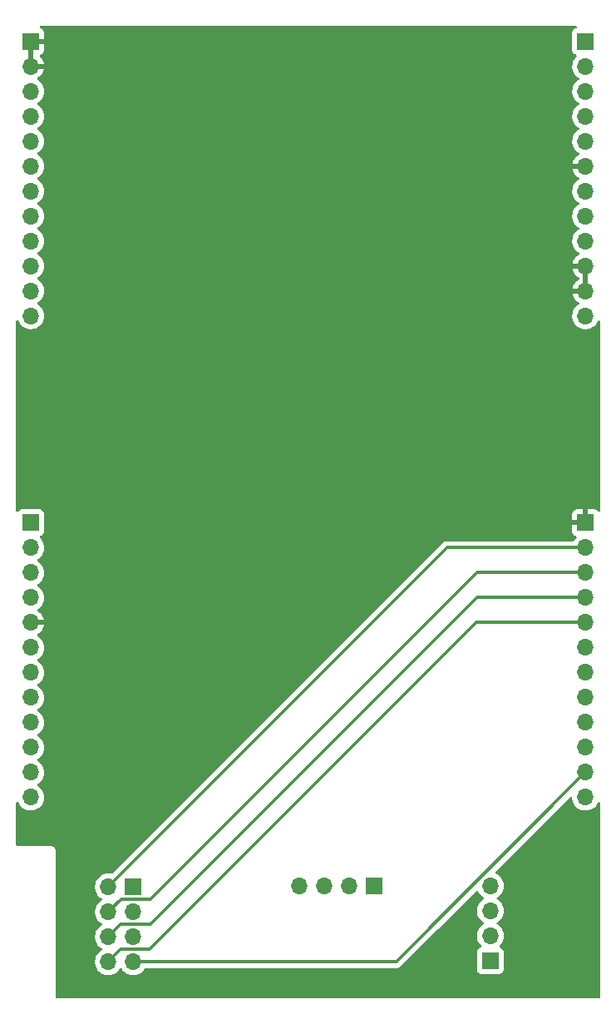
<source format=gbr>
%TF.GenerationSoftware,KiCad,Pcbnew,(6.0.11)*%
%TF.CreationDate,2023-03-03T10:10:14+00:00*%
%TF.ProjectId,Ampelope_Adapter,416d7065-6c6f-4706-955f-416461707465,rev?*%
%TF.SameCoordinates,Original*%
%TF.FileFunction,Copper,L2,Bot*%
%TF.FilePolarity,Positive*%
%FSLAX46Y46*%
G04 Gerber Fmt 4.6, Leading zero omitted, Abs format (unit mm)*
G04 Created by KiCad (PCBNEW (6.0.11)) date 2023-03-03 10:10:14*
%MOMM*%
%LPD*%
G01*
G04 APERTURE LIST*
%TA.AperFunction,ComponentPad*%
%ADD10R,1.700000X1.700000*%
%TD*%
%TA.AperFunction,ComponentPad*%
%ADD11O,1.700000X1.700000*%
%TD*%
%TA.AperFunction,Conductor*%
%ADD12C,0.300000*%
%TD*%
G04 APERTURE END LIST*
D10*
X136980000Y-138100000D03*
D11*
X134440000Y-138100000D03*
X131900000Y-138100000D03*
X129360000Y-138100000D03*
D10*
X158500000Y-101100000D03*
D11*
X158500000Y-103640000D03*
X158500000Y-106180000D03*
X158500000Y-108720000D03*
X158500000Y-111260000D03*
X158500000Y-113800000D03*
X158500000Y-116340000D03*
X158500000Y-118880000D03*
X158500000Y-121420000D03*
X158500000Y-123960000D03*
X158500000Y-126500000D03*
X158500000Y-129040000D03*
D10*
X148800000Y-145680000D03*
D11*
X148800000Y-143140000D03*
X148800000Y-140600000D03*
X148800000Y-138060000D03*
D10*
X112440000Y-138160000D03*
D11*
X109900000Y-138160000D03*
X112440000Y-140700000D03*
X109900000Y-140700000D03*
X112440000Y-143240000D03*
X109900000Y-143240000D03*
X112440000Y-145780000D03*
X109900000Y-145780000D03*
D10*
X102000000Y-101100000D03*
D11*
X102000000Y-103640000D03*
X102000000Y-106180000D03*
X102000000Y-108720000D03*
X102000000Y-111260000D03*
X102000000Y-113800000D03*
X102000000Y-116340000D03*
X102000000Y-118880000D03*
X102000000Y-121420000D03*
X102000000Y-123960000D03*
X102000000Y-126500000D03*
X102000000Y-129040000D03*
D10*
X158500000Y-52100000D03*
D11*
X158500000Y-54640000D03*
X158500000Y-57180000D03*
X158500000Y-59720000D03*
X158500000Y-62260000D03*
X158500000Y-64800000D03*
X158500000Y-67340000D03*
X158500000Y-69880000D03*
X158500000Y-72420000D03*
X158500000Y-74960000D03*
X158500000Y-77500000D03*
X158500000Y-80040000D03*
D10*
X102000000Y-52100000D03*
D11*
X102000000Y-54640000D03*
X102000000Y-57180000D03*
X102000000Y-59720000D03*
X102000000Y-62260000D03*
X102000000Y-64800000D03*
X102000000Y-67340000D03*
X102000000Y-69880000D03*
X102000000Y-72420000D03*
X102000000Y-74960000D03*
X102000000Y-77500000D03*
X102000000Y-80040000D03*
D12*
X158500000Y-126500000D02*
X139220000Y-145780000D01*
X139220000Y-145780000D02*
X112440000Y-145780000D01*
X158500000Y-103640000D02*
X144420000Y-103640000D01*
X144420000Y-103640000D02*
X109900000Y-138160000D01*
X111200000Y-139400000D02*
X109900000Y-140700000D01*
X114200000Y-139400000D02*
X111200000Y-139400000D01*
X158500000Y-106180000D02*
X147420000Y-106180000D01*
X147420000Y-106180000D02*
X114200000Y-139400000D01*
X111140000Y-142000000D02*
X109900000Y-143240000D01*
X148300000Y-108700000D02*
X147500000Y-108700000D01*
X158500000Y-108720000D02*
X148320000Y-108720000D01*
X114200000Y-142000000D02*
X111140000Y-142000000D01*
X148320000Y-108720000D02*
X148300000Y-108700000D01*
X147500000Y-108700000D02*
X114200000Y-142000000D01*
X111180000Y-144500000D02*
X114100000Y-144500000D01*
X109900000Y-145780000D02*
X111180000Y-144500000D01*
X114100000Y-144500000D02*
X147340000Y-111260000D01*
X147340000Y-111260000D02*
X158500000Y-111260000D01*
%TA.AperFunction,Conductor*%
G36*
X157552300Y-50528502D02*
G01*
X157598793Y-50582158D01*
X157608897Y-50652432D01*
X157579403Y-50717012D01*
X157528408Y-50752482D01*
X157411705Y-50796232D01*
X157411704Y-50796233D01*
X157403295Y-50799385D01*
X157286739Y-50886739D01*
X157199385Y-51003295D01*
X157148255Y-51139684D01*
X157141500Y-51201866D01*
X157141500Y-52998134D01*
X157148255Y-53060316D01*
X157199385Y-53196705D01*
X157286739Y-53313261D01*
X157403295Y-53400615D01*
X157411704Y-53403767D01*
X157411705Y-53403768D01*
X157520451Y-53444535D01*
X157577216Y-53487176D01*
X157601916Y-53553738D01*
X157586709Y-53623087D01*
X157567316Y-53649568D01*
X157440629Y-53782138D01*
X157437715Y-53786410D01*
X157437714Y-53786411D01*
X157425409Y-53804450D01*
X157314743Y-53966680D01*
X157299003Y-54000589D01*
X157223465Y-54163323D01*
X157220688Y-54169305D01*
X157160989Y-54384570D01*
X157137251Y-54606695D01*
X157150110Y-54829715D01*
X157151247Y-54834761D01*
X157151248Y-54834767D01*
X157164597Y-54894000D01*
X157199222Y-55047639D01*
X157283266Y-55254616D01*
X157399987Y-55445088D01*
X157546250Y-55613938D01*
X157718126Y-55756632D01*
X157788595Y-55797811D01*
X157791445Y-55799476D01*
X157840169Y-55851114D01*
X157853240Y-55920897D01*
X157826509Y-55986669D01*
X157786055Y-56020027D01*
X157773607Y-56026507D01*
X157769474Y-56029610D01*
X157769471Y-56029612D01*
X157745247Y-56047800D01*
X157594965Y-56160635D01*
X157440629Y-56322138D01*
X157314743Y-56506680D01*
X157299003Y-56540589D01*
X157228449Y-56692586D01*
X157220688Y-56709305D01*
X157160989Y-56924570D01*
X157137251Y-57146695D01*
X157137548Y-57151848D01*
X157137548Y-57151851D01*
X157143011Y-57246590D01*
X157150110Y-57369715D01*
X157151247Y-57374761D01*
X157151248Y-57374767D01*
X157171119Y-57462939D01*
X157199222Y-57587639D01*
X157237461Y-57681811D01*
X157270492Y-57763156D01*
X157283266Y-57794616D01*
X157399987Y-57985088D01*
X157546250Y-58153938D01*
X157718126Y-58296632D01*
X157788595Y-58337811D01*
X157791445Y-58339476D01*
X157840169Y-58391114D01*
X157853240Y-58460897D01*
X157826509Y-58526669D01*
X157786055Y-58560027D01*
X157773607Y-58566507D01*
X157769474Y-58569610D01*
X157769471Y-58569612D01*
X157745247Y-58587800D01*
X157594965Y-58700635D01*
X157440629Y-58862138D01*
X157314743Y-59046680D01*
X157299003Y-59080589D01*
X157228449Y-59232586D01*
X157220688Y-59249305D01*
X157160989Y-59464570D01*
X157137251Y-59686695D01*
X157137548Y-59691848D01*
X157137548Y-59691851D01*
X157143011Y-59786590D01*
X157150110Y-59909715D01*
X157151247Y-59914761D01*
X157151248Y-59914767D01*
X157171119Y-60002939D01*
X157199222Y-60127639D01*
X157237461Y-60221811D01*
X157270492Y-60303156D01*
X157283266Y-60334616D01*
X157399987Y-60525088D01*
X157546250Y-60693938D01*
X157718126Y-60836632D01*
X157788595Y-60877811D01*
X157791445Y-60879476D01*
X157840169Y-60931114D01*
X157853240Y-61000897D01*
X157826509Y-61066669D01*
X157786055Y-61100027D01*
X157773607Y-61106507D01*
X157769474Y-61109610D01*
X157769471Y-61109612D01*
X157745247Y-61127800D01*
X157594965Y-61240635D01*
X157440629Y-61402138D01*
X157314743Y-61586680D01*
X157299003Y-61620589D01*
X157228449Y-61772586D01*
X157220688Y-61789305D01*
X157160989Y-62004570D01*
X157137251Y-62226695D01*
X157137548Y-62231848D01*
X157137548Y-62231851D01*
X157143011Y-62326590D01*
X157150110Y-62449715D01*
X157151247Y-62454761D01*
X157151248Y-62454767D01*
X157171119Y-62542939D01*
X157199222Y-62667639D01*
X157237461Y-62761811D01*
X157270492Y-62843156D01*
X157283266Y-62874616D01*
X157399987Y-63065088D01*
X157546250Y-63233938D01*
X157718126Y-63376632D01*
X157791445Y-63419476D01*
X157791955Y-63419774D01*
X157840679Y-63471412D01*
X157853750Y-63541195D01*
X157827019Y-63606967D01*
X157786562Y-63640327D01*
X157778457Y-63644546D01*
X157769738Y-63650036D01*
X157599433Y-63777905D01*
X157591726Y-63784748D01*
X157444590Y-63938717D01*
X157438104Y-63946727D01*
X157318098Y-64122649D01*
X157313000Y-64131623D01*
X157223338Y-64324783D01*
X157219775Y-64334470D01*
X157164389Y-64534183D01*
X157165912Y-64542607D01*
X157178292Y-64546000D01*
X158628000Y-64546000D01*
X158696121Y-64566002D01*
X158742614Y-64619658D01*
X158754000Y-64672000D01*
X158754000Y-64928000D01*
X158733998Y-64996121D01*
X158680342Y-65042614D01*
X158628000Y-65054000D01*
X157183225Y-65054000D01*
X157169694Y-65057973D01*
X157168257Y-65067966D01*
X157198565Y-65202446D01*
X157201645Y-65212275D01*
X157281770Y-65409603D01*
X157286413Y-65418794D01*
X157397694Y-65600388D01*
X157403777Y-65608699D01*
X157543213Y-65769667D01*
X157550580Y-65776883D01*
X157714434Y-65912916D01*
X157722881Y-65918831D01*
X157791969Y-65959203D01*
X157840693Y-66010842D01*
X157853764Y-66080625D01*
X157827033Y-66146396D01*
X157786584Y-66179752D01*
X157773607Y-66186507D01*
X157769474Y-66189610D01*
X157769471Y-66189612D01*
X157745247Y-66207800D01*
X157594965Y-66320635D01*
X157440629Y-66482138D01*
X157314743Y-66666680D01*
X157299003Y-66700589D01*
X157228449Y-66852586D01*
X157220688Y-66869305D01*
X157160989Y-67084570D01*
X157137251Y-67306695D01*
X157137548Y-67311848D01*
X157137548Y-67311851D01*
X157143011Y-67406590D01*
X157150110Y-67529715D01*
X157151247Y-67534761D01*
X157151248Y-67534767D01*
X157171119Y-67622939D01*
X157199222Y-67747639D01*
X157237461Y-67841811D01*
X157270492Y-67923156D01*
X157283266Y-67954616D01*
X157399987Y-68145088D01*
X157546250Y-68313938D01*
X157718126Y-68456632D01*
X157788595Y-68497811D01*
X157791445Y-68499476D01*
X157840169Y-68551114D01*
X157853240Y-68620897D01*
X157826509Y-68686669D01*
X157786055Y-68720027D01*
X157773607Y-68726507D01*
X157769474Y-68729610D01*
X157769471Y-68729612D01*
X157745247Y-68747800D01*
X157594965Y-68860635D01*
X157440629Y-69022138D01*
X157314743Y-69206680D01*
X157299003Y-69240589D01*
X157228449Y-69392586D01*
X157220688Y-69409305D01*
X157160989Y-69624570D01*
X157137251Y-69846695D01*
X157137548Y-69851848D01*
X157137548Y-69851851D01*
X157143011Y-69946590D01*
X157150110Y-70069715D01*
X157151247Y-70074761D01*
X157151248Y-70074767D01*
X157171119Y-70162939D01*
X157199222Y-70287639D01*
X157237461Y-70381811D01*
X157270492Y-70463156D01*
X157283266Y-70494616D01*
X157399987Y-70685088D01*
X157546250Y-70853938D01*
X157718126Y-70996632D01*
X157788595Y-71037811D01*
X157791445Y-71039476D01*
X157840169Y-71091114D01*
X157853240Y-71160897D01*
X157826509Y-71226669D01*
X157786055Y-71260027D01*
X157773607Y-71266507D01*
X157769474Y-71269610D01*
X157769471Y-71269612D01*
X157745247Y-71287800D01*
X157594965Y-71400635D01*
X157440629Y-71562138D01*
X157314743Y-71746680D01*
X157299003Y-71780589D01*
X157228449Y-71932586D01*
X157220688Y-71949305D01*
X157160989Y-72164570D01*
X157137251Y-72386695D01*
X157137548Y-72391848D01*
X157137548Y-72391851D01*
X157143011Y-72486590D01*
X157150110Y-72609715D01*
X157151247Y-72614761D01*
X157151248Y-72614767D01*
X157171119Y-72702939D01*
X157199222Y-72827639D01*
X157237461Y-72921811D01*
X157270492Y-73003156D01*
X157283266Y-73034616D01*
X157399987Y-73225088D01*
X157546250Y-73393938D01*
X157718126Y-73536632D01*
X157791445Y-73579476D01*
X157791955Y-73579774D01*
X157840679Y-73631412D01*
X157853750Y-73701195D01*
X157827019Y-73766967D01*
X157786562Y-73800327D01*
X157778457Y-73804546D01*
X157769738Y-73810036D01*
X157599433Y-73937905D01*
X157591726Y-73944748D01*
X157444590Y-74098717D01*
X157438104Y-74106727D01*
X157318098Y-74282649D01*
X157313000Y-74291623D01*
X157223338Y-74484783D01*
X157219775Y-74494470D01*
X157164389Y-74694183D01*
X157165912Y-74702607D01*
X157178292Y-74706000D01*
X158628000Y-74706000D01*
X158696121Y-74726002D01*
X158742614Y-74779658D01*
X158754000Y-74832000D01*
X158754000Y-77628000D01*
X158733998Y-77696121D01*
X158680342Y-77742614D01*
X158628000Y-77754000D01*
X157183225Y-77754000D01*
X157169694Y-77757973D01*
X157168257Y-77767966D01*
X157198565Y-77902446D01*
X157201645Y-77912275D01*
X157281770Y-78109603D01*
X157286413Y-78118794D01*
X157397694Y-78300388D01*
X157403777Y-78308699D01*
X157543213Y-78469667D01*
X157550580Y-78476883D01*
X157714434Y-78612916D01*
X157722881Y-78618831D01*
X157791969Y-78659203D01*
X157840693Y-78710842D01*
X157853764Y-78780625D01*
X157827033Y-78846396D01*
X157786584Y-78879752D01*
X157773607Y-78886507D01*
X157769474Y-78889610D01*
X157769471Y-78889612D01*
X157745247Y-78907800D01*
X157594965Y-79020635D01*
X157440629Y-79182138D01*
X157314743Y-79366680D01*
X157299003Y-79400589D01*
X157228449Y-79552586D01*
X157220688Y-79569305D01*
X157160989Y-79784570D01*
X157137251Y-80006695D01*
X157137548Y-80011848D01*
X157137548Y-80011851D01*
X157143011Y-80106590D01*
X157150110Y-80229715D01*
X157151247Y-80234761D01*
X157151248Y-80234767D01*
X157171119Y-80322939D01*
X157199222Y-80447639D01*
X157237461Y-80541811D01*
X157270492Y-80623156D01*
X157283266Y-80654616D01*
X157399987Y-80845088D01*
X157546250Y-81013938D01*
X157718126Y-81156632D01*
X157911000Y-81269338D01*
X158119692Y-81349030D01*
X158124760Y-81350061D01*
X158124763Y-81350062D01*
X158232017Y-81371883D01*
X158338597Y-81393567D01*
X158343772Y-81393757D01*
X158343774Y-81393757D01*
X158556673Y-81401564D01*
X158556677Y-81401564D01*
X158561837Y-81401753D01*
X158566957Y-81401097D01*
X158566959Y-81401097D01*
X158778288Y-81374025D01*
X158778289Y-81374025D01*
X158783416Y-81373368D01*
X158788366Y-81371883D01*
X158992429Y-81310661D01*
X158992434Y-81310659D01*
X158997384Y-81309174D01*
X159197994Y-81210896D01*
X159379860Y-81081173D01*
X159538096Y-80923489D01*
X159597594Y-80840689D01*
X159665435Y-80746277D01*
X159668453Y-80742077D01*
X159749075Y-80578951D01*
X159752543Y-80571933D01*
X159800656Y-80519726D01*
X159869358Y-80501819D01*
X159936834Y-80523897D01*
X159981662Y-80578951D01*
X159991500Y-80627760D01*
X159991500Y-99880608D01*
X159971498Y-99948729D01*
X159917842Y-99995222D01*
X159847568Y-100005326D01*
X159782988Y-99975832D01*
X159764674Y-99956173D01*
X159718285Y-99894276D01*
X159705724Y-99881715D01*
X159603649Y-99805214D01*
X159588054Y-99796676D01*
X159467606Y-99751522D01*
X159452351Y-99747895D01*
X159401486Y-99742369D01*
X159394672Y-99742000D01*
X158772115Y-99742000D01*
X158756876Y-99746475D01*
X158755671Y-99747865D01*
X158754000Y-99755548D01*
X158754000Y-101228000D01*
X158733998Y-101296121D01*
X158680342Y-101342614D01*
X158628000Y-101354000D01*
X157160116Y-101354000D01*
X157144877Y-101358475D01*
X157143672Y-101359865D01*
X157142001Y-101367548D01*
X157142001Y-101994669D01*
X157142371Y-102001490D01*
X157147895Y-102052352D01*
X157151521Y-102067604D01*
X157196676Y-102188054D01*
X157205214Y-102203649D01*
X157281715Y-102305724D01*
X157294276Y-102318285D01*
X157396351Y-102394786D01*
X157411946Y-102403324D01*
X157520827Y-102444142D01*
X157577591Y-102486784D01*
X157602291Y-102553345D01*
X157587083Y-102622694D01*
X157567691Y-102649175D01*
X157444200Y-102778401D01*
X157440629Y-102782138D01*
X157437715Y-102786410D01*
X157437714Y-102786411D01*
X157342149Y-102926504D01*
X157287238Y-102971507D01*
X157238061Y-102981500D01*
X144502056Y-102981500D01*
X144490200Y-102980941D01*
X144490197Y-102980941D01*
X144482463Y-102979212D01*
X144427446Y-102980941D01*
X144411631Y-102981438D01*
X144407673Y-102981500D01*
X144378568Y-102981500D01*
X144374168Y-102982056D01*
X144362336Y-102982988D01*
X144316169Y-102984438D01*
X144295579Y-102990420D01*
X144276218Y-102994430D01*
X144269230Y-102995312D01*
X144262796Y-102996125D01*
X144262795Y-102996125D01*
X144254936Y-102997118D01*
X144247571Y-103000034D01*
X144247567Y-103000035D01*
X144211979Y-103014126D01*
X144200769Y-103017965D01*
X144156400Y-103030855D01*
X144137943Y-103041771D01*
X144120193Y-103050466D01*
X144100244Y-103058365D01*
X144093833Y-103063023D01*
X144093831Y-103063024D01*
X144062864Y-103085523D01*
X144052946Y-103092038D01*
X144013193Y-103115548D01*
X143998036Y-103130705D01*
X143983003Y-103143546D01*
X143965643Y-103156159D01*
X143960591Y-103162266D01*
X143936193Y-103191758D01*
X143928203Y-103200538D01*
X110327335Y-136801405D01*
X110265023Y-136835431D01*
X110216145Y-136836357D01*
X110170874Y-136828293D01*
X110033373Y-136803800D01*
X110033367Y-136803799D01*
X110028284Y-136802894D01*
X109954452Y-136801992D01*
X109810081Y-136800228D01*
X109810079Y-136800228D01*
X109804911Y-136800165D01*
X109584091Y-136833955D01*
X109371756Y-136903357D01*
X109173607Y-137006507D01*
X109169474Y-137009610D01*
X109169471Y-137009612D01*
X109039929Y-137106875D01*
X108994965Y-137140635D01*
X108938536Y-137199684D01*
X108901538Y-137238401D01*
X108840629Y-137302138D01*
X108714743Y-137486680D01*
X108620688Y-137689305D01*
X108560989Y-137904570D01*
X108537251Y-138126695D01*
X108537548Y-138131848D01*
X108537548Y-138131851D01*
X108546650Y-138289715D01*
X108550110Y-138349715D01*
X108551247Y-138354761D01*
X108551248Y-138354767D01*
X108570138Y-138438585D01*
X108599222Y-138567639D01*
X108683266Y-138774616D01*
X108685965Y-138779020D01*
X108788987Y-138947137D01*
X108799987Y-138965088D01*
X108946250Y-139133938D01*
X109049281Y-139219476D01*
X109111480Y-139271114D01*
X109118126Y-139276632D01*
X109139870Y-139289338D01*
X109191445Y-139319476D01*
X109240169Y-139371114D01*
X109253240Y-139440897D01*
X109226509Y-139506669D01*
X109186055Y-139540027D01*
X109173607Y-139546507D01*
X109169474Y-139549610D01*
X109169471Y-139549612D01*
X108999100Y-139677530D01*
X108994965Y-139680635D01*
X108840629Y-139842138D01*
X108837715Y-139846410D01*
X108837714Y-139846411D01*
X108782958Y-139926680D01*
X108714743Y-140026680D01*
X108699973Y-140058500D01*
X108650864Y-140164297D01*
X108620688Y-140229305D01*
X108560989Y-140444570D01*
X108537251Y-140666695D01*
X108537548Y-140671848D01*
X108537548Y-140671851D01*
X108543011Y-140766590D01*
X108550110Y-140889715D01*
X108551247Y-140894761D01*
X108551248Y-140894767D01*
X108571119Y-140982939D01*
X108599222Y-141107639D01*
X108683266Y-141314616D01*
X108699755Y-141341524D01*
X108788987Y-141487137D01*
X108799987Y-141505088D01*
X108946250Y-141673938D01*
X109000819Y-141719242D01*
X109111480Y-141811114D01*
X109118126Y-141816632D01*
X109139870Y-141829338D01*
X109191445Y-141859476D01*
X109240169Y-141911114D01*
X109253240Y-141980897D01*
X109226509Y-142046669D01*
X109186055Y-142080027D01*
X109173607Y-142086507D01*
X109169474Y-142089610D01*
X109169471Y-142089612D01*
X108999100Y-142217530D01*
X108994965Y-142220635D01*
X108840629Y-142382138D01*
X108714743Y-142566680D01*
X108620688Y-142769305D01*
X108560989Y-142984570D01*
X108537251Y-143206695D01*
X108537548Y-143211848D01*
X108537548Y-143211851D01*
X108543011Y-143306590D01*
X108550110Y-143429715D01*
X108551247Y-143434761D01*
X108551248Y-143434767D01*
X108571119Y-143522939D01*
X108599222Y-143647639D01*
X108683266Y-143854616D01*
X108685965Y-143859020D01*
X108788987Y-144027137D01*
X108799987Y-144045088D01*
X108946250Y-144213938D01*
X109118126Y-144356632D01*
X109157063Y-144379385D01*
X109191445Y-144399476D01*
X109240169Y-144451114D01*
X109253240Y-144520897D01*
X109226509Y-144586669D01*
X109186055Y-144620027D01*
X109173607Y-144626507D01*
X109169474Y-144629610D01*
X109169471Y-144629612D01*
X109039043Y-144727540D01*
X108994965Y-144760635D01*
X108840629Y-144922138D01*
X108714743Y-145106680D01*
X108620688Y-145309305D01*
X108560989Y-145524570D01*
X108537251Y-145746695D01*
X108550110Y-145969715D01*
X108551247Y-145974761D01*
X108551248Y-145974767D01*
X108575304Y-146081508D01*
X108599222Y-146187639D01*
X108644377Y-146298842D01*
X108676612Y-146378228D01*
X108683266Y-146394616D01*
X108734942Y-146478944D01*
X108797291Y-146580688D01*
X108799987Y-146585088D01*
X108946250Y-146753938D01*
X109118126Y-146896632D01*
X109311000Y-147009338D01*
X109315825Y-147011180D01*
X109315826Y-147011181D01*
X109369678Y-147031745D01*
X109519692Y-147089030D01*
X109524760Y-147090061D01*
X109524763Y-147090062D01*
X109632017Y-147111883D01*
X109738597Y-147133567D01*
X109743772Y-147133757D01*
X109743774Y-147133757D01*
X109956673Y-147141564D01*
X109956677Y-147141564D01*
X109961837Y-147141753D01*
X109966957Y-147141097D01*
X109966959Y-147141097D01*
X110178288Y-147114025D01*
X110178289Y-147114025D01*
X110183416Y-147113368D01*
X110188366Y-147111883D01*
X110392429Y-147050661D01*
X110392434Y-147050659D01*
X110397384Y-147049174D01*
X110597994Y-146950896D01*
X110779860Y-146821173D01*
X110938096Y-146663489D01*
X110954748Y-146640316D01*
X111068453Y-146482077D01*
X111069776Y-146483028D01*
X111116645Y-146439857D01*
X111186580Y-146427625D01*
X111252026Y-146455144D01*
X111279875Y-146486994D01*
X111339987Y-146585088D01*
X111486250Y-146753938D01*
X111658126Y-146896632D01*
X111851000Y-147009338D01*
X111855825Y-147011180D01*
X111855826Y-147011181D01*
X111909678Y-147031745D01*
X112059692Y-147089030D01*
X112064760Y-147090061D01*
X112064763Y-147090062D01*
X112172017Y-147111883D01*
X112278597Y-147133567D01*
X112283772Y-147133757D01*
X112283774Y-147133757D01*
X112496673Y-147141564D01*
X112496677Y-147141564D01*
X112501837Y-147141753D01*
X112506957Y-147141097D01*
X112506959Y-147141097D01*
X112718288Y-147114025D01*
X112718289Y-147114025D01*
X112723416Y-147113368D01*
X112728366Y-147111883D01*
X112932429Y-147050661D01*
X112932434Y-147050659D01*
X112937384Y-147049174D01*
X113137994Y-146950896D01*
X113319860Y-146821173D01*
X113478096Y-146663489D01*
X113494748Y-146640316D01*
X113602060Y-146490974D01*
X113658055Y-146447326D01*
X113704383Y-146438500D01*
X139137944Y-146438500D01*
X139149800Y-146439059D01*
X139149803Y-146439059D01*
X139157537Y-146440788D01*
X139228369Y-146438562D01*
X139232327Y-146438500D01*
X139261432Y-146438500D01*
X139265832Y-146437944D01*
X139277664Y-146437012D01*
X139323831Y-146435562D01*
X139344421Y-146429580D01*
X139363782Y-146425570D01*
X139370770Y-146424688D01*
X139377204Y-146423875D01*
X139377205Y-146423875D01*
X139385064Y-146422882D01*
X139392429Y-146419966D01*
X139392433Y-146419965D01*
X139428021Y-146405874D01*
X139439231Y-146402035D01*
X139483600Y-146389145D01*
X139502065Y-146378225D01*
X139519805Y-146369534D01*
X139539756Y-146361635D01*
X139577129Y-146334482D01*
X139587048Y-146327967D01*
X139619977Y-146308493D01*
X139619981Y-146308490D01*
X139626807Y-146304453D01*
X139641971Y-146289289D01*
X139657005Y-146276448D01*
X139667943Y-146268501D01*
X139674357Y-146263841D01*
X139703803Y-146228247D01*
X139711792Y-146219468D01*
X143491792Y-142439468D01*
X147354586Y-138576673D01*
X147416898Y-138542647D01*
X147487713Y-138547712D01*
X147544549Y-138590259D01*
X147560423Y-138618363D01*
X147581319Y-138669823D01*
X147581323Y-138669831D01*
X147583266Y-138674616D01*
X147699987Y-138865088D01*
X147846250Y-139033938D01*
X148018126Y-139176632D01*
X148080922Y-139213327D01*
X148091445Y-139219476D01*
X148140169Y-139271114D01*
X148153240Y-139340897D01*
X148126509Y-139406669D01*
X148086055Y-139440027D01*
X148073607Y-139446507D01*
X148069474Y-139449610D01*
X148069471Y-139449612D01*
X147899100Y-139577530D01*
X147894965Y-139580635D01*
X147740629Y-139742138D01*
X147614743Y-139926680D01*
X147520688Y-140129305D01*
X147460989Y-140344570D01*
X147437251Y-140566695D01*
X147437548Y-140571848D01*
X147437548Y-140571851D01*
X147443011Y-140666590D01*
X147450110Y-140789715D01*
X147451247Y-140794761D01*
X147451248Y-140794767D01*
X147471119Y-140882939D01*
X147499222Y-141007639D01*
X147541771Y-141112425D01*
X147576344Y-141197568D01*
X147583266Y-141214616D01*
X147699987Y-141405088D01*
X147846250Y-141573938D01*
X148018126Y-141716632D01*
X148088595Y-141757811D01*
X148091445Y-141759476D01*
X148140169Y-141811114D01*
X148153240Y-141880897D01*
X148126509Y-141946669D01*
X148086055Y-141980027D01*
X148073607Y-141986507D01*
X148069474Y-141989610D01*
X148069471Y-141989612D01*
X147899100Y-142117530D01*
X147894965Y-142120635D01*
X147740629Y-142282138D01*
X147614743Y-142466680D01*
X147577011Y-142547967D01*
X147525392Y-142659172D01*
X147520688Y-142669305D01*
X147460989Y-142884570D01*
X147437251Y-143106695D01*
X147437548Y-143111848D01*
X147437548Y-143111851D01*
X147443011Y-143206590D01*
X147450110Y-143329715D01*
X147451247Y-143334761D01*
X147451248Y-143334767D01*
X147471119Y-143422939D01*
X147499222Y-143547639D01*
X147541771Y-143652425D01*
X147572329Y-143727680D01*
X147583266Y-143754616D01*
X147699987Y-143945088D01*
X147846250Y-144113938D01*
X147850230Y-144117242D01*
X147854981Y-144121187D01*
X147894616Y-144180090D01*
X147896113Y-144251071D01*
X147858997Y-144311593D01*
X147818725Y-144336112D01*
X147757026Y-144359242D01*
X147703295Y-144379385D01*
X147586739Y-144466739D01*
X147499385Y-144583295D01*
X147448255Y-144719684D01*
X147441500Y-144781866D01*
X147441500Y-146578134D01*
X147448255Y-146640316D01*
X147499385Y-146776705D01*
X147586739Y-146893261D01*
X147703295Y-146980615D01*
X147839684Y-147031745D01*
X147901866Y-147038500D01*
X149698134Y-147038500D01*
X149760316Y-147031745D01*
X149896705Y-146980615D01*
X150013261Y-146893261D01*
X150100615Y-146776705D01*
X150151745Y-146640316D01*
X150158500Y-146578134D01*
X150158500Y-144781866D01*
X150151745Y-144719684D01*
X150100615Y-144583295D01*
X150013261Y-144466739D01*
X149896705Y-144379385D01*
X149842974Y-144359242D01*
X149778203Y-144334960D01*
X149721439Y-144292318D01*
X149696739Y-144225756D01*
X149711947Y-144156408D01*
X149733493Y-144127727D01*
X149834435Y-144027137D01*
X149838096Y-144023489D01*
X149897594Y-143940689D01*
X149965435Y-143846277D01*
X149968453Y-143842077D01*
X150023822Y-143730047D01*
X150065136Y-143646453D01*
X150065137Y-143646451D01*
X150067430Y-143641811D01*
X150132370Y-143428069D01*
X150161529Y-143206590D01*
X150163156Y-143140000D01*
X150144852Y-142917361D01*
X150090431Y-142700702D01*
X150001354Y-142495840D01*
X149880014Y-142308277D01*
X149729670Y-142143051D01*
X149725619Y-142139852D01*
X149725615Y-142139848D01*
X149558414Y-142007800D01*
X149558410Y-142007798D01*
X149554359Y-142004598D01*
X149513053Y-141981796D01*
X149463084Y-141931364D01*
X149448312Y-141861921D01*
X149473428Y-141795516D01*
X149500780Y-141768909D01*
X149544603Y-141737650D01*
X149679860Y-141641173D01*
X149838096Y-141483489D01*
X149897594Y-141400689D01*
X149965435Y-141306277D01*
X149968453Y-141302077D01*
X150029345Y-141178872D01*
X150065136Y-141106453D01*
X150065137Y-141106451D01*
X150067430Y-141101811D01*
X150132370Y-140888069D01*
X150161529Y-140666590D01*
X150163156Y-140600000D01*
X150144852Y-140377361D01*
X150090431Y-140160702D01*
X150001354Y-139955840D01*
X149880014Y-139768277D01*
X149729670Y-139603051D01*
X149725619Y-139599852D01*
X149725615Y-139599848D01*
X149558414Y-139467800D01*
X149558410Y-139467798D01*
X149554359Y-139464598D01*
X149513053Y-139441796D01*
X149463084Y-139391364D01*
X149448312Y-139321921D01*
X149473428Y-139255516D01*
X149500780Y-139228909D01*
X149557716Y-139188297D01*
X149679860Y-139101173D01*
X149707191Y-139073938D01*
X149834435Y-138947137D01*
X149838096Y-138943489D01*
X149868852Y-138900688D01*
X149965435Y-138766277D01*
X149968453Y-138762077D01*
X149994276Y-138709829D01*
X150065136Y-138566453D01*
X150065137Y-138566451D01*
X150067430Y-138561811D01*
X150132370Y-138348069D01*
X150161529Y-138126590D01*
X150161652Y-138121562D01*
X150163074Y-138063365D01*
X150163074Y-138063361D01*
X150163156Y-138060000D01*
X150144852Y-137837361D01*
X150090431Y-137620702D01*
X150001354Y-137415840D01*
X149905891Y-137268277D01*
X149882822Y-137232617D01*
X149882820Y-137232614D01*
X149880014Y-137228277D01*
X149729670Y-137063051D01*
X149725619Y-137059852D01*
X149725615Y-137059848D01*
X149558414Y-136927800D01*
X149558410Y-136927798D01*
X149554359Y-136924598D01*
X149358789Y-136816638D01*
X149356097Y-136815685D01*
X149302672Y-136769956D01*
X149282257Y-136701958D01*
X149301846Y-136633717D01*
X149319160Y-136612099D01*
X156926947Y-129004312D01*
X156989259Y-128970286D01*
X157060074Y-128975351D01*
X157116910Y-129017898D01*
X157141832Y-129086154D01*
X157150110Y-129229715D01*
X157151247Y-129234761D01*
X157151248Y-129234767D01*
X157171119Y-129322939D01*
X157199222Y-129447639D01*
X157237461Y-129541811D01*
X157270492Y-129623156D01*
X157283266Y-129654616D01*
X157399987Y-129845088D01*
X157546250Y-130013938D01*
X157718126Y-130156632D01*
X157911000Y-130269338D01*
X158119692Y-130349030D01*
X158124760Y-130350061D01*
X158124763Y-130350062D01*
X158232017Y-130371883D01*
X158338597Y-130393567D01*
X158343772Y-130393757D01*
X158343774Y-130393757D01*
X158556673Y-130401564D01*
X158556677Y-130401564D01*
X158561837Y-130401753D01*
X158566957Y-130401097D01*
X158566959Y-130401097D01*
X158778288Y-130374025D01*
X158778289Y-130374025D01*
X158783416Y-130373368D01*
X158788366Y-130371883D01*
X158992429Y-130310661D01*
X158992434Y-130310659D01*
X158997384Y-130309174D01*
X159197994Y-130210896D01*
X159379860Y-130081173D01*
X159538096Y-129923489D01*
X159597594Y-129840689D01*
X159665435Y-129746277D01*
X159668453Y-129742077D01*
X159749075Y-129578951D01*
X159752543Y-129571933D01*
X159800656Y-129519726D01*
X159869358Y-129501819D01*
X159936834Y-129523897D01*
X159981662Y-129578951D01*
X159991500Y-129627760D01*
X159991500Y-149365500D01*
X159971498Y-149433621D01*
X159917842Y-149480114D01*
X159865500Y-149491500D01*
X104634500Y-149491500D01*
X104566379Y-149471498D01*
X104519886Y-149417842D01*
X104508500Y-149365500D01*
X104508500Y-134508623D01*
X104508502Y-134507853D01*
X104508921Y-134439254D01*
X104508976Y-134430279D01*
X104500850Y-134401847D01*
X104497272Y-134385085D01*
X104494352Y-134364698D01*
X104493080Y-134355813D01*
X104482451Y-134332436D01*
X104476004Y-134314913D01*
X104471416Y-134298862D01*
X104468949Y-134290229D01*
X104464156Y-134282632D01*
X104453170Y-134265220D01*
X104445030Y-134250135D01*
X104432792Y-134223218D01*
X104416030Y-134203765D01*
X104404927Y-134188761D01*
X104391224Y-134167042D01*
X104384499Y-134161103D01*
X104384496Y-134161099D01*
X104369062Y-134147468D01*
X104357018Y-134135276D01*
X104343573Y-134119673D01*
X104343570Y-134119671D01*
X104337713Y-134112873D01*
X104316165Y-134098906D01*
X104301291Y-134087615D01*
X104288783Y-134076569D01*
X104288782Y-134076568D01*
X104282049Y-134070622D01*
X104255287Y-134058057D01*
X104240309Y-134049737D01*
X104223017Y-134038529D01*
X104223012Y-134038527D01*
X104215485Y-134033648D01*
X104206892Y-134031078D01*
X104206887Y-134031076D01*
X104190880Y-134026289D01*
X104173436Y-134019628D01*
X104158324Y-134012533D01*
X104158322Y-134012532D01*
X104150200Y-134008719D01*
X104141333Y-134007338D01*
X104141332Y-134007338D01*
X104131690Y-134005837D01*
X104120983Y-134004170D01*
X104104268Y-134000387D01*
X104084534Y-133994485D01*
X104084528Y-133994484D01*
X104075934Y-133991914D01*
X104066963Y-133991859D01*
X104066962Y-133991859D01*
X104056903Y-133991798D01*
X104041494Y-133991704D01*
X104040711Y-133991671D01*
X104039614Y-133991500D01*
X104008623Y-133991500D01*
X104007853Y-133991498D01*
X103934215Y-133991048D01*
X103934214Y-133991048D01*
X103930279Y-133991024D01*
X103928935Y-133991408D01*
X103927590Y-133991500D01*
X100634106Y-133991500D01*
X100565985Y-133971498D01*
X100519492Y-133917842D01*
X100508106Y-133865449D01*
X100508484Y-132939771D01*
X100508487Y-132939699D01*
X100508500Y-132939614D01*
X100508500Y-132900452D01*
X100508515Y-132863695D01*
X100508503Y-132863609D01*
X100508500Y-132863534D01*
X100508500Y-129623156D01*
X100528502Y-129555035D01*
X100582158Y-129508542D01*
X100652432Y-129498438D01*
X100717012Y-129527932D01*
X100751243Y-129575752D01*
X100770492Y-129623156D01*
X100783266Y-129654616D01*
X100899987Y-129845088D01*
X101046250Y-130013938D01*
X101218126Y-130156632D01*
X101411000Y-130269338D01*
X101619692Y-130349030D01*
X101624760Y-130350061D01*
X101624763Y-130350062D01*
X101732017Y-130371883D01*
X101838597Y-130393567D01*
X101843772Y-130393757D01*
X101843774Y-130393757D01*
X102056673Y-130401564D01*
X102056677Y-130401564D01*
X102061837Y-130401753D01*
X102066957Y-130401097D01*
X102066959Y-130401097D01*
X102278288Y-130374025D01*
X102278289Y-130374025D01*
X102283416Y-130373368D01*
X102288366Y-130371883D01*
X102492429Y-130310661D01*
X102492434Y-130310659D01*
X102497384Y-130309174D01*
X102697994Y-130210896D01*
X102879860Y-130081173D01*
X103038096Y-129923489D01*
X103097594Y-129840689D01*
X103165435Y-129746277D01*
X103168453Y-129742077D01*
X103249075Y-129578951D01*
X103265136Y-129546453D01*
X103265137Y-129546451D01*
X103267430Y-129541811D01*
X103332370Y-129328069D01*
X103361529Y-129106590D01*
X103363156Y-129040000D01*
X103344852Y-128817361D01*
X103290431Y-128600702D01*
X103201354Y-128395840D01*
X103080014Y-128208277D01*
X102929670Y-128043051D01*
X102925619Y-128039852D01*
X102925615Y-128039848D01*
X102758414Y-127907800D01*
X102758410Y-127907798D01*
X102754359Y-127904598D01*
X102713053Y-127881796D01*
X102663084Y-127831364D01*
X102648312Y-127761921D01*
X102673428Y-127695516D01*
X102700780Y-127668909D01*
X102744603Y-127637650D01*
X102879860Y-127541173D01*
X103038096Y-127383489D01*
X103097594Y-127300689D01*
X103165435Y-127206277D01*
X103168453Y-127202077D01*
X103249075Y-127038951D01*
X103265136Y-127006453D01*
X103265137Y-127006451D01*
X103267430Y-127001811D01*
X103332370Y-126788069D01*
X103361529Y-126566590D01*
X103363156Y-126500000D01*
X103344852Y-126277361D01*
X103290431Y-126060702D01*
X103201354Y-125855840D01*
X103080014Y-125668277D01*
X102929670Y-125503051D01*
X102925619Y-125499852D01*
X102925615Y-125499848D01*
X102758414Y-125367800D01*
X102758410Y-125367798D01*
X102754359Y-125364598D01*
X102713053Y-125341796D01*
X102663084Y-125291364D01*
X102648312Y-125221921D01*
X102673428Y-125155516D01*
X102700780Y-125128909D01*
X102744603Y-125097650D01*
X102879860Y-125001173D01*
X103038096Y-124843489D01*
X103097594Y-124760689D01*
X103165435Y-124666277D01*
X103168453Y-124662077D01*
X103249075Y-124498951D01*
X103265136Y-124466453D01*
X103265137Y-124466451D01*
X103267430Y-124461811D01*
X103332370Y-124248069D01*
X103361529Y-124026590D01*
X103363156Y-123960000D01*
X103344852Y-123737361D01*
X103290431Y-123520702D01*
X103201354Y-123315840D01*
X103080014Y-123128277D01*
X102929670Y-122963051D01*
X102925619Y-122959852D01*
X102925615Y-122959848D01*
X102758414Y-122827800D01*
X102758410Y-122827798D01*
X102754359Y-122824598D01*
X102713053Y-122801796D01*
X102663084Y-122751364D01*
X102648312Y-122681921D01*
X102673428Y-122615516D01*
X102700780Y-122588909D01*
X102744603Y-122557650D01*
X102879860Y-122461173D01*
X103038096Y-122303489D01*
X103097594Y-122220689D01*
X103165435Y-122126277D01*
X103168453Y-122122077D01*
X103249075Y-121958951D01*
X103265136Y-121926453D01*
X103265137Y-121926451D01*
X103267430Y-121921811D01*
X103332370Y-121708069D01*
X103361529Y-121486590D01*
X103363156Y-121420000D01*
X103344852Y-121197361D01*
X103290431Y-120980702D01*
X103201354Y-120775840D01*
X103080014Y-120588277D01*
X102929670Y-120423051D01*
X102925619Y-120419852D01*
X102925615Y-120419848D01*
X102758414Y-120287800D01*
X102758410Y-120287798D01*
X102754359Y-120284598D01*
X102713053Y-120261796D01*
X102663084Y-120211364D01*
X102648312Y-120141921D01*
X102673428Y-120075516D01*
X102700780Y-120048909D01*
X102744603Y-120017650D01*
X102879860Y-119921173D01*
X103038096Y-119763489D01*
X103097594Y-119680689D01*
X103165435Y-119586277D01*
X103168453Y-119582077D01*
X103249075Y-119418951D01*
X103265136Y-119386453D01*
X103265137Y-119386451D01*
X103267430Y-119381811D01*
X103332370Y-119168069D01*
X103361529Y-118946590D01*
X103363156Y-118880000D01*
X103344852Y-118657361D01*
X103290431Y-118440702D01*
X103201354Y-118235840D01*
X103080014Y-118048277D01*
X102929670Y-117883051D01*
X102925619Y-117879852D01*
X102925615Y-117879848D01*
X102758414Y-117747800D01*
X102758410Y-117747798D01*
X102754359Y-117744598D01*
X102713053Y-117721796D01*
X102663084Y-117671364D01*
X102648312Y-117601921D01*
X102673428Y-117535516D01*
X102700780Y-117508909D01*
X102744603Y-117477650D01*
X102879860Y-117381173D01*
X103038096Y-117223489D01*
X103097594Y-117140689D01*
X103165435Y-117046277D01*
X103168453Y-117042077D01*
X103249075Y-116878951D01*
X103265136Y-116846453D01*
X103265137Y-116846451D01*
X103267430Y-116841811D01*
X103332370Y-116628069D01*
X103361529Y-116406590D01*
X103363156Y-116340000D01*
X103344852Y-116117361D01*
X103290431Y-115900702D01*
X103201354Y-115695840D01*
X103080014Y-115508277D01*
X102929670Y-115343051D01*
X102925619Y-115339852D01*
X102925615Y-115339848D01*
X102758414Y-115207800D01*
X102758410Y-115207798D01*
X102754359Y-115204598D01*
X102713053Y-115181796D01*
X102663084Y-115131364D01*
X102648312Y-115061921D01*
X102673428Y-114995516D01*
X102700780Y-114968909D01*
X102744603Y-114937650D01*
X102879860Y-114841173D01*
X103038096Y-114683489D01*
X103097594Y-114600689D01*
X103165435Y-114506277D01*
X103168453Y-114502077D01*
X103249075Y-114338951D01*
X103265136Y-114306453D01*
X103265137Y-114306451D01*
X103267430Y-114301811D01*
X103332370Y-114088069D01*
X103361529Y-113866590D01*
X103363156Y-113800000D01*
X103344852Y-113577361D01*
X103290431Y-113360702D01*
X103201354Y-113155840D01*
X103080014Y-112968277D01*
X102929670Y-112803051D01*
X102925619Y-112799852D01*
X102925615Y-112799848D01*
X102758414Y-112667800D01*
X102758410Y-112667798D01*
X102754359Y-112664598D01*
X102712569Y-112641529D01*
X102662598Y-112591097D01*
X102647826Y-112521654D01*
X102672942Y-112455248D01*
X102700294Y-112428641D01*
X102875328Y-112303792D01*
X102883200Y-112297139D01*
X103034052Y-112146812D01*
X103040730Y-112138965D01*
X103165003Y-111966020D01*
X103170313Y-111957183D01*
X103264670Y-111766267D01*
X103268469Y-111756672D01*
X103330377Y-111552910D01*
X103332555Y-111542837D01*
X103333986Y-111531962D01*
X103331775Y-111517778D01*
X103318617Y-111514000D01*
X101872000Y-111514000D01*
X101803879Y-111493998D01*
X101757386Y-111440342D01*
X101746000Y-111388000D01*
X101746000Y-111132000D01*
X101766002Y-111063879D01*
X101819658Y-111017386D01*
X101872000Y-111006000D01*
X103318344Y-111006000D01*
X103331875Y-111002027D01*
X103333180Y-110992947D01*
X103291214Y-110825875D01*
X103287894Y-110816124D01*
X103202972Y-110620814D01*
X103198105Y-110611739D01*
X103082426Y-110432926D01*
X103076136Y-110424757D01*
X102932806Y-110267240D01*
X102925273Y-110260215D01*
X102758139Y-110128222D01*
X102749556Y-110122520D01*
X102712602Y-110102120D01*
X102662631Y-110051687D01*
X102647859Y-109982245D01*
X102672975Y-109915839D01*
X102700327Y-109889232D01*
X102723797Y-109872491D01*
X102879860Y-109761173D01*
X103038096Y-109603489D01*
X103097594Y-109520689D01*
X103165435Y-109426277D01*
X103168453Y-109422077D01*
X103180105Y-109398502D01*
X103265136Y-109226453D01*
X103265137Y-109226451D01*
X103267430Y-109221811D01*
X103332370Y-109008069D01*
X103361529Y-108786590D01*
X103363156Y-108720000D01*
X103344852Y-108497361D01*
X103290431Y-108280702D01*
X103201354Y-108075840D01*
X103080014Y-107888277D01*
X102929670Y-107723051D01*
X102925619Y-107719852D01*
X102925615Y-107719848D01*
X102758414Y-107587800D01*
X102758410Y-107587798D01*
X102754359Y-107584598D01*
X102713053Y-107561796D01*
X102663084Y-107511364D01*
X102648312Y-107441921D01*
X102673428Y-107375516D01*
X102700780Y-107348909D01*
X102744603Y-107317650D01*
X102879860Y-107221173D01*
X103038096Y-107063489D01*
X103097594Y-106980689D01*
X103165435Y-106886277D01*
X103168453Y-106882077D01*
X103171751Y-106875405D01*
X103265136Y-106686453D01*
X103265137Y-106686451D01*
X103267430Y-106681811D01*
X103332370Y-106468069D01*
X103361529Y-106246590D01*
X103363156Y-106180000D01*
X103344852Y-105957361D01*
X103290431Y-105740702D01*
X103201354Y-105535840D01*
X103080014Y-105348277D01*
X102929670Y-105183051D01*
X102925619Y-105179852D01*
X102925615Y-105179848D01*
X102758414Y-105047800D01*
X102758410Y-105047798D01*
X102754359Y-105044598D01*
X102713053Y-105021796D01*
X102663084Y-104971364D01*
X102648312Y-104901921D01*
X102673428Y-104835516D01*
X102700780Y-104808909D01*
X102744603Y-104777650D01*
X102879860Y-104681173D01*
X103038096Y-104523489D01*
X103097594Y-104440689D01*
X103165435Y-104346277D01*
X103168453Y-104342077D01*
X103171751Y-104335405D01*
X103265136Y-104146453D01*
X103265137Y-104146451D01*
X103267430Y-104141811D01*
X103332370Y-103928069D01*
X103361529Y-103706590D01*
X103363156Y-103640000D01*
X103344852Y-103417361D01*
X103290431Y-103200702D01*
X103201354Y-102995840D01*
X103080014Y-102808277D01*
X103076532Y-102804450D01*
X102932798Y-102646488D01*
X102901746Y-102582642D01*
X102910141Y-102512143D01*
X102955317Y-102457375D01*
X102981761Y-102443706D01*
X103088297Y-102403767D01*
X103096705Y-102400615D01*
X103213261Y-102313261D01*
X103300615Y-102196705D01*
X103351745Y-102060316D01*
X103358500Y-101998134D01*
X103358500Y-100827885D01*
X157142000Y-100827885D01*
X157146475Y-100843124D01*
X157147865Y-100844329D01*
X157155548Y-100846000D01*
X158227885Y-100846000D01*
X158243124Y-100841525D01*
X158244329Y-100840135D01*
X158246000Y-100832452D01*
X158246000Y-99760116D01*
X158241525Y-99744877D01*
X158240135Y-99743672D01*
X158232452Y-99742001D01*
X157605331Y-99742001D01*
X157598510Y-99742371D01*
X157547648Y-99747895D01*
X157532396Y-99751521D01*
X157411946Y-99796676D01*
X157396351Y-99805214D01*
X157294276Y-99881715D01*
X157281715Y-99894276D01*
X157205214Y-99996351D01*
X157196676Y-100011946D01*
X157151522Y-100132394D01*
X157147895Y-100147649D01*
X157142369Y-100198514D01*
X157142000Y-100205328D01*
X157142000Y-100827885D01*
X103358500Y-100827885D01*
X103358500Y-100201866D01*
X103351745Y-100139684D01*
X103300615Y-100003295D01*
X103213261Y-99886739D01*
X103096705Y-99799385D01*
X102960316Y-99748255D01*
X102898134Y-99741500D01*
X101101866Y-99741500D01*
X101039684Y-99748255D01*
X100903295Y-99799385D01*
X100786739Y-99886739D01*
X100781358Y-99893919D01*
X100781357Y-99893920D01*
X100735326Y-99955339D01*
X100678467Y-99997854D01*
X100607648Y-100002880D01*
X100545355Y-99968820D01*
X100511365Y-99906489D01*
X100508500Y-99879774D01*
X100508500Y-80623156D01*
X100528502Y-80555035D01*
X100582158Y-80508542D01*
X100652432Y-80498438D01*
X100717012Y-80527932D01*
X100751243Y-80575752D01*
X100770492Y-80623156D01*
X100783266Y-80654616D01*
X100899987Y-80845088D01*
X101046250Y-81013938D01*
X101218126Y-81156632D01*
X101411000Y-81269338D01*
X101619692Y-81349030D01*
X101624760Y-81350061D01*
X101624763Y-81350062D01*
X101732017Y-81371883D01*
X101838597Y-81393567D01*
X101843772Y-81393757D01*
X101843774Y-81393757D01*
X102056673Y-81401564D01*
X102056677Y-81401564D01*
X102061837Y-81401753D01*
X102066957Y-81401097D01*
X102066959Y-81401097D01*
X102278288Y-81374025D01*
X102278289Y-81374025D01*
X102283416Y-81373368D01*
X102288366Y-81371883D01*
X102492429Y-81310661D01*
X102492434Y-81310659D01*
X102497384Y-81309174D01*
X102697994Y-81210896D01*
X102879860Y-81081173D01*
X103038096Y-80923489D01*
X103097594Y-80840689D01*
X103165435Y-80746277D01*
X103168453Y-80742077D01*
X103249075Y-80578951D01*
X103265136Y-80546453D01*
X103265137Y-80546451D01*
X103267430Y-80541811D01*
X103332370Y-80328069D01*
X103361529Y-80106590D01*
X103363156Y-80040000D01*
X103344852Y-79817361D01*
X103290431Y-79600702D01*
X103201354Y-79395840D01*
X103080014Y-79208277D01*
X102929670Y-79043051D01*
X102925619Y-79039852D01*
X102925615Y-79039848D01*
X102758414Y-78907800D01*
X102758410Y-78907798D01*
X102754359Y-78904598D01*
X102713053Y-78881796D01*
X102663084Y-78831364D01*
X102648312Y-78761921D01*
X102673428Y-78695516D01*
X102700780Y-78668909D01*
X102744603Y-78637650D01*
X102879860Y-78541173D01*
X103038096Y-78383489D01*
X103097594Y-78300689D01*
X103165435Y-78206277D01*
X103168453Y-78202077D01*
X103249632Y-78037824D01*
X103265136Y-78006453D01*
X103265137Y-78006451D01*
X103267430Y-78001811D01*
X103332370Y-77788069D01*
X103361529Y-77566590D01*
X103363156Y-77500000D01*
X103344852Y-77277361D01*
X103334006Y-77234183D01*
X157164389Y-77234183D01*
X157165912Y-77242607D01*
X157178292Y-77246000D01*
X158227885Y-77246000D01*
X158243124Y-77241525D01*
X158244329Y-77240135D01*
X158246000Y-77232452D01*
X158246000Y-75232115D01*
X158241525Y-75216876D01*
X158240135Y-75215671D01*
X158232452Y-75214000D01*
X157183225Y-75214000D01*
X157169694Y-75217973D01*
X157168257Y-75227966D01*
X157198565Y-75362446D01*
X157201645Y-75372275D01*
X157281770Y-75569603D01*
X157286413Y-75578794D01*
X157397694Y-75760388D01*
X157403777Y-75768699D01*
X157543213Y-75929667D01*
X157550580Y-75936883D01*
X157714434Y-76072916D01*
X157722881Y-76078831D01*
X157792479Y-76119501D01*
X157841203Y-76171140D01*
X157854274Y-76240923D01*
X157827543Y-76306694D01*
X157787087Y-76340053D01*
X157778462Y-76344542D01*
X157769738Y-76350036D01*
X157599433Y-76477905D01*
X157591726Y-76484748D01*
X157444590Y-76638717D01*
X157438104Y-76646727D01*
X157318098Y-76822649D01*
X157313000Y-76831623D01*
X157223338Y-77024783D01*
X157219775Y-77034470D01*
X157164389Y-77234183D01*
X103334006Y-77234183D01*
X103290431Y-77060702D01*
X103201354Y-76855840D01*
X103080014Y-76668277D01*
X102929670Y-76503051D01*
X102925619Y-76499852D01*
X102925615Y-76499848D01*
X102758414Y-76367800D01*
X102758410Y-76367798D01*
X102754359Y-76364598D01*
X102713053Y-76341796D01*
X102663084Y-76291364D01*
X102648312Y-76221921D01*
X102673428Y-76155516D01*
X102700780Y-76128909D01*
X102744603Y-76097650D01*
X102879860Y-76001173D01*
X103038096Y-75843489D01*
X103097594Y-75760689D01*
X103165435Y-75666277D01*
X103168453Y-75662077D01*
X103249632Y-75497824D01*
X103265136Y-75466453D01*
X103265137Y-75466451D01*
X103267430Y-75461811D01*
X103332370Y-75248069D01*
X103361529Y-75026590D01*
X103363156Y-74960000D01*
X103344852Y-74737361D01*
X103290431Y-74520702D01*
X103201354Y-74315840D01*
X103080014Y-74128277D01*
X102929670Y-73963051D01*
X102925619Y-73959852D01*
X102925615Y-73959848D01*
X102758414Y-73827800D01*
X102758410Y-73827798D01*
X102754359Y-73824598D01*
X102713053Y-73801796D01*
X102663084Y-73751364D01*
X102648312Y-73681921D01*
X102673428Y-73615516D01*
X102700780Y-73588909D01*
X102744603Y-73557650D01*
X102879860Y-73461173D01*
X103038096Y-73303489D01*
X103097594Y-73220689D01*
X103165435Y-73126277D01*
X103168453Y-73122077D01*
X103249075Y-72958951D01*
X103265136Y-72926453D01*
X103265137Y-72926451D01*
X103267430Y-72921811D01*
X103332370Y-72708069D01*
X103361529Y-72486590D01*
X103363156Y-72420000D01*
X103344852Y-72197361D01*
X103290431Y-71980702D01*
X103201354Y-71775840D01*
X103080014Y-71588277D01*
X102929670Y-71423051D01*
X102925619Y-71419852D01*
X102925615Y-71419848D01*
X102758414Y-71287800D01*
X102758410Y-71287798D01*
X102754359Y-71284598D01*
X102713053Y-71261796D01*
X102663084Y-71211364D01*
X102648312Y-71141921D01*
X102673428Y-71075516D01*
X102700780Y-71048909D01*
X102744603Y-71017650D01*
X102879860Y-70921173D01*
X103038096Y-70763489D01*
X103097594Y-70680689D01*
X103165435Y-70586277D01*
X103168453Y-70582077D01*
X103249075Y-70418951D01*
X103265136Y-70386453D01*
X103265137Y-70386451D01*
X103267430Y-70381811D01*
X103332370Y-70168069D01*
X103361529Y-69946590D01*
X103363156Y-69880000D01*
X103344852Y-69657361D01*
X103290431Y-69440702D01*
X103201354Y-69235840D01*
X103080014Y-69048277D01*
X102929670Y-68883051D01*
X102925619Y-68879852D01*
X102925615Y-68879848D01*
X102758414Y-68747800D01*
X102758410Y-68747798D01*
X102754359Y-68744598D01*
X102713053Y-68721796D01*
X102663084Y-68671364D01*
X102648312Y-68601921D01*
X102673428Y-68535516D01*
X102700780Y-68508909D01*
X102744603Y-68477650D01*
X102879860Y-68381173D01*
X103038096Y-68223489D01*
X103097594Y-68140689D01*
X103165435Y-68046277D01*
X103168453Y-68042077D01*
X103249075Y-67878951D01*
X103265136Y-67846453D01*
X103265137Y-67846451D01*
X103267430Y-67841811D01*
X103332370Y-67628069D01*
X103361529Y-67406590D01*
X103363156Y-67340000D01*
X103344852Y-67117361D01*
X103290431Y-66900702D01*
X103201354Y-66695840D01*
X103080014Y-66508277D01*
X102929670Y-66343051D01*
X102925619Y-66339852D01*
X102925615Y-66339848D01*
X102758414Y-66207800D01*
X102758410Y-66207798D01*
X102754359Y-66204598D01*
X102713053Y-66181796D01*
X102663084Y-66131364D01*
X102648312Y-66061921D01*
X102673428Y-65995516D01*
X102700780Y-65968909D01*
X102744603Y-65937650D01*
X102879860Y-65841173D01*
X103038096Y-65683489D01*
X103097594Y-65600689D01*
X103165435Y-65506277D01*
X103168453Y-65502077D01*
X103249632Y-65337824D01*
X103265136Y-65306453D01*
X103265137Y-65306451D01*
X103267430Y-65301811D01*
X103332370Y-65088069D01*
X103361529Y-64866590D01*
X103363156Y-64800000D01*
X103344852Y-64577361D01*
X103290431Y-64360702D01*
X103201354Y-64155840D01*
X103080014Y-63968277D01*
X102929670Y-63803051D01*
X102925619Y-63799852D01*
X102925615Y-63799848D01*
X102758414Y-63667800D01*
X102758410Y-63667798D01*
X102754359Y-63664598D01*
X102713053Y-63641796D01*
X102663084Y-63591364D01*
X102648312Y-63521921D01*
X102673428Y-63455516D01*
X102700780Y-63428909D01*
X102744603Y-63397650D01*
X102879860Y-63301173D01*
X103038096Y-63143489D01*
X103097594Y-63060689D01*
X103165435Y-62966277D01*
X103168453Y-62962077D01*
X103249075Y-62798951D01*
X103265136Y-62766453D01*
X103265137Y-62766451D01*
X103267430Y-62761811D01*
X103332370Y-62548069D01*
X103361529Y-62326590D01*
X103363156Y-62260000D01*
X103344852Y-62037361D01*
X103290431Y-61820702D01*
X103201354Y-61615840D01*
X103080014Y-61428277D01*
X102929670Y-61263051D01*
X102925619Y-61259852D01*
X102925615Y-61259848D01*
X102758414Y-61127800D01*
X102758410Y-61127798D01*
X102754359Y-61124598D01*
X102713053Y-61101796D01*
X102663084Y-61051364D01*
X102648312Y-60981921D01*
X102673428Y-60915516D01*
X102700780Y-60888909D01*
X102744603Y-60857650D01*
X102879860Y-60761173D01*
X103038096Y-60603489D01*
X103097594Y-60520689D01*
X103165435Y-60426277D01*
X103168453Y-60422077D01*
X103249075Y-60258951D01*
X103265136Y-60226453D01*
X103265137Y-60226451D01*
X103267430Y-60221811D01*
X103332370Y-60008069D01*
X103361529Y-59786590D01*
X103363156Y-59720000D01*
X103344852Y-59497361D01*
X103290431Y-59280702D01*
X103201354Y-59075840D01*
X103080014Y-58888277D01*
X102929670Y-58723051D01*
X102925619Y-58719852D01*
X102925615Y-58719848D01*
X102758414Y-58587800D01*
X102758410Y-58587798D01*
X102754359Y-58584598D01*
X102713053Y-58561796D01*
X102663084Y-58511364D01*
X102648312Y-58441921D01*
X102673428Y-58375516D01*
X102700780Y-58348909D01*
X102744603Y-58317650D01*
X102879860Y-58221173D01*
X103038096Y-58063489D01*
X103097594Y-57980689D01*
X103165435Y-57886277D01*
X103168453Y-57882077D01*
X103249075Y-57718951D01*
X103265136Y-57686453D01*
X103265137Y-57686451D01*
X103267430Y-57681811D01*
X103332370Y-57468069D01*
X103361529Y-57246590D01*
X103363156Y-57180000D01*
X103344852Y-56957361D01*
X103290431Y-56740702D01*
X103201354Y-56535840D01*
X103080014Y-56348277D01*
X102929670Y-56183051D01*
X102925619Y-56179852D01*
X102925615Y-56179848D01*
X102758414Y-56047800D01*
X102758410Y-56047798D01*
X102754359Y-56044598D01*
X102712569Y-56021529D01*
X102662598Y-55971097D01*
X102647826Y-55901654D01*
X102672942Y-55835248D01*
X102700294Y-55808641D01*
X102875328Y-55683792D01*
X102883200Y-55677139D01*
X103034052Y-55526812D01*
X103040730Y-55518965D01*
X103165003Y-55346020D01*
X103170313Y-55337183D01*
X103264670Y-55146267D01*
X103268469Y-55136672D01*
X103330377Y-54932910D01*
X103332555Y-54922837D01*
X103333986Y-54911962D01*
X103331775Y-54897778D01*
X103318617Y-54894000D01*
X101872000Y-54894000D01*
X101803879Y-54873998D01*
X101757386Y-54820342D01*
X101746000Y-54768000D01*
X101746000Y-54367885D01*
X102254000Y-54367885D01*
X102258475Y-54383124D01*
X102259865Y-54384329D01*
X102267548Y-54386000D01*
X103318344Y-54386000D01*
X103331875Y-54382027D01*
X103333180Y-54372947D01*
X103291214Y-54205875D01*
X103287894Y-54196124D01*
X103202972Y-54000814D01*
X103198105Y-53991739D01*
X103082426Y-53812926D01*
X103076136Y-53804757D01*
X102931931Y-53646279D01*
X102900879Y-53582433D01*
X102909273Y-53511934D01*
X102954450Y-53457166D01*
X102980894Y-53443497D01*
X103088054Y-53403324D01*
X103103649Y-53394786D01*
X103205724Y-53318285D01*
X103218285Y-53305724D01*
X103294786Y-53203649D01*
X103303324Y-53188054D01*
X103348478Y-53067606D01*
X103352105Y-53052351D01*
X103357631Y-53001486D01*
X103358000Y-52994672D01*
X103358000Y-52372115D01*
X103353525Y-52356876D01*
X103352135Y-52355671D01*
X103344452Y-52354000D01*
X102272115Y-52354000D01*
X102256876Y-52358475D01*
X102255671Y-52359865D01*
X102254000Y-52367548D01*
X102254000Y-54367885D01*
X101746000Y-54367885D01*
X101746000Y-51972000D01*
X101766002Y-51903879D01*
X101819658Y-51857386D01*
X101872000Y-51846000D01*
X103339884Y-51846000D01*
X103355123Y-51841525D01*
X103356328Y-51840135D01*
X103357999Y-51832452D01*
X103357999Y-51205331D01*
X103357629Y-51198510D01*
X103352105Y-51147648D01*
X103348479Y-51132396D01*
X103303324Y-51011946D01*
X103294786Y-50996351D01*
X103218285Y-50894276D01*
X103205724Y-50881715D01*
X103103649Y-50805214D01*
X103088054Y-50796676D01*
X102970167Y-50752482D01*
X102913403Y-50709840D01*
X102888703Y-50643279D01*
X102903910Y-50573930D01*
X102954196Y-50523812D01*
X103014397Y-50508500D01*
X157484179Y-50508500D01*
X157552300Y-50528502D01*
G37*
%TD.AperFunction*%
M02*

</source>
